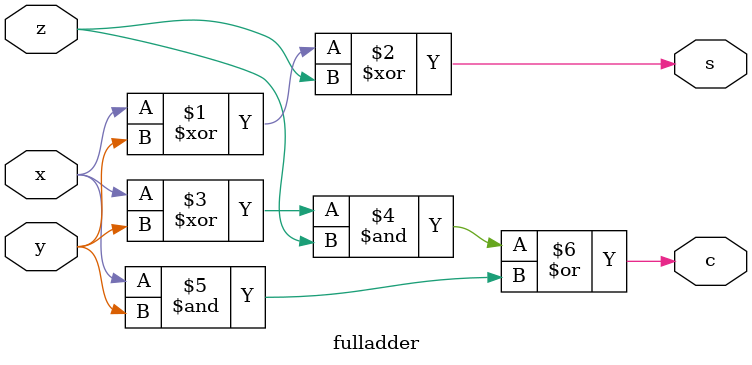
<source format=sv>

module fulladder(
    input logic x,y,z,
    output logic s,c
);
    assign s = (x ^ y ) ^ z;
    assign c = ((x ^ y) & z) | (x & y);
endmodule
</source>
